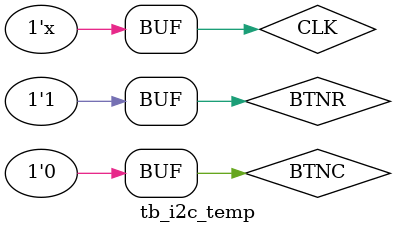
<source format=v>
`timescale 1ns / 1ps


module tb_i2c_temp;

wire I2C_SDA, I2C_SCL;
wire [15:0] LED;
reg CLK, BTNC, BTNR;

i2c_temp UUT (
    .CLK100MHZ(CLK),
    .btnC(BTNC),
    .btnR(BTNR),
    .I2C_SDA(I2C_SDA),
    .I2C_SCL(I2C_SCL),
    .LED(LED)
);

always begin
    #5 CLK = ~CLK;
end

initial begin
    CLK = 0;
    BTNC = 0;

    #10 BTNC = 1;
    #10 BTNC = 0;
    #10 BTNR = 1;
end
        
endmodule

</source>
